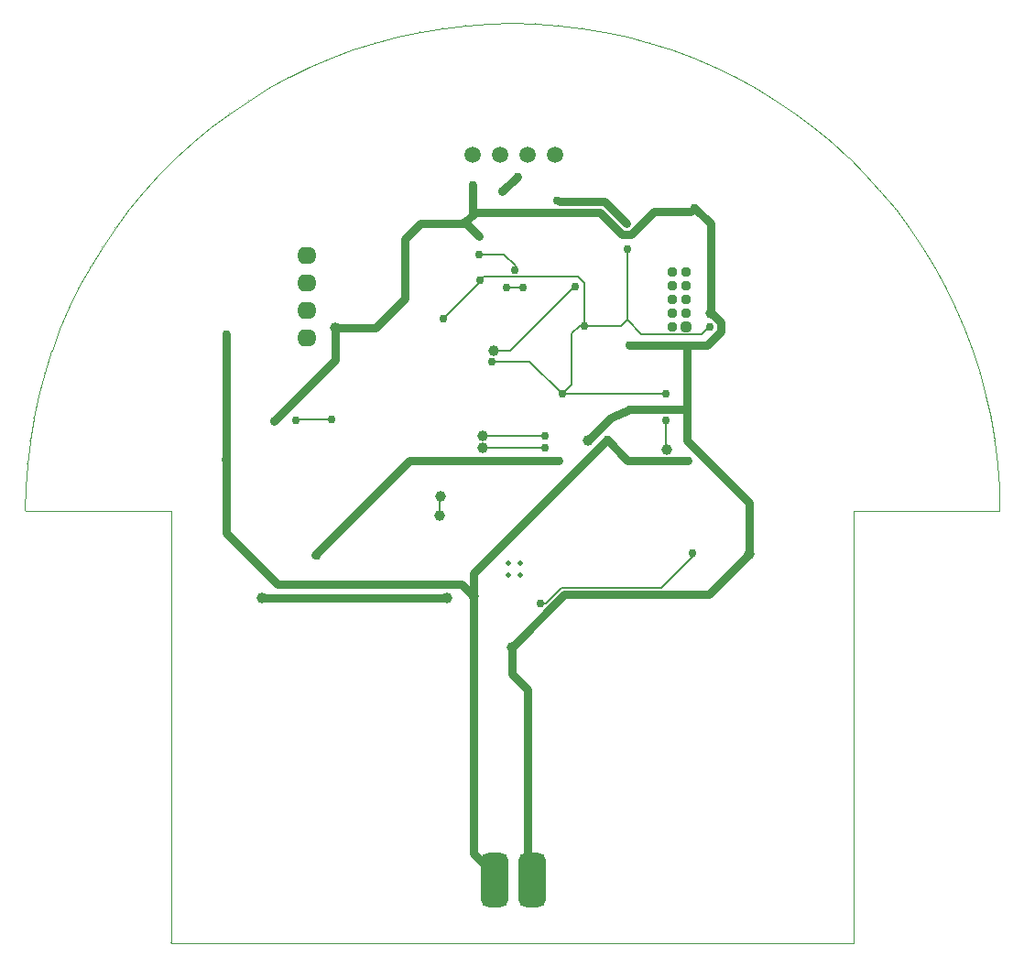
<source format=gbl>
%FSLAX25Y25*%
%MOIN*%
G70*
G01*
G75*
G04 Layer_Physical_Order=2*
G04 Layer_Color=16711680*
G04:AMPARAMS|DCode=10|XSize=41.34mil|YSize=47.24mil|CornerRadius=10.34mil|HoleSize=0mil|Usage=FLASHONLY|Rotation=0.000|XOffset=0mil|YOffset=0mil|HoleType=Round|Shape=RoundedRectangle|*
%AMROUNDEDRECTD10*
21,1,0.04134,0.02658,0,0,0.0*
21,1,0.02067,0.04724,0,0,0.0*
1,1,0.02067,0.01034,-0.01329*
1,1,0.02067,-0.01034,-0.01329*
1,1,0.02067,-0.01034,0.01329*
1,1,0.02067,0.01034,0.01329*
%
%ADD10ROUNDEDRECTD10*%
G04:AMPARAMS|DCode=11|XSize=41.34mil|YSize=47.24mil|CornerRadius=10.34mil|HoleSize=0mil|Usage=FLASHONLY|Rotation=270.000|XOffset=0mil|YOffset=0mil|HoleType=Round|Shape=RoundedRectangle|*
%AMROUNDEDRECTD11*
21,1,0.04134,0.02658,0,0,270.0*
21,1,0.02067,0.04724,0,0,270.0*
1,1,0.02067,-0.01329,-0.01034*
1,1,0.02067,-0.01329,0.01034*
1,1,0.02067,0.01329,0.01034*
1,1,0.02067,0.01329,-0.01034*
%
%ADD11ROUNDEDRECTD11*%
%ADD12R,0.07087X0.07087*%
%ADD13O,0.00984X0.03543*%
%ADD14O,0.03543X0.00984*%
G04:AMPARAMS|DCode=15|XSize=21.65mil|YSize=39.37mil|CornerRadius=5.41mil|HoleSize=0mil|Usage=FLASHONLY|Rotation=270.000|XOffset=0mil|YOffset=0mil|HoleType=Round|Shape=RoundedRectangle|*
%AMROUNDEDRECTD15*
21,1,0.02165,0.02854,0,0,270.0*
21,1,0.01083,0.03937,0,0,270.0*
1,1,0.01083,-0.01427,-0.00541*
1,1,0.01083,-0.01427,0.00541*
1,1,0.01083,0.01427,0.00541*
1,1,0.01083,0.01427,-0.00541*
%
%ADD15ROUNDEDRECTD15*%
G04:AMPARAMS|DCode=16|XSize=145.67mil|YSize=59.06mil|CornerRadius=14.76mil|HoleSize=0mil|Usage=FLASHONLY|Rotation=270.000|XOffset=0mil|YOffset=0mil|HoleType=Round|Shape=RoundedRectangle|*
%AMROUNDEDRECTD16*
21,1,0.14567,0.02953,0,0,270.0*
21,1,0.11614,0.05906,0,0,270.0*
1,1,0.02953,-0.01476,-0.05807*
1,1,0.02953,-0.01476,0.05807*
1,1,0.02953,0.01476,0.05807*
1,1,0.02953,0.01476,-0.05807*
%
%ADD16ROUNDEDRECTD16*%
%ADD17R,0.03189X0.06299*%
%ADD18R,0.08268X0.11811*%
G04:AMPARAMS|DCode=19|XSize=41.34mil|YSize=47.24mil|CornerRadius=10.34mil|HoleSize=0mil|Usage=FLASHONLY|Rotation=360.000|XOffset=0mil|YOffset=0mil|HoleType=Round|Shape=RoundedRectangle|*
%AMROUNDEDRECTD19*
21,1,0.04134,0.02658,0,0,360.0*
21,1,0.02067,0.04724,0,0,360.0*
1,1,0.02067,0.01034,-0.01329*
1,1,0.02067,-0.01034,-0.01329*
1,1,0.02067,-0.01034,0.01329*
1,1,0.02067,0.01034,0.01329*
%
%ADD19ROUNDEDRECTD19*%
G04:AMPARAMS|DCode=20|XSize=98.43mil|YSize=196.85mil|CornerRadius=24.61mil|HoleSize=0mil|Usage=FLASHONLY|Rotation=180.000|XOffset=0mil|YOffset=0mil|HoleType=Round|Shape=RoundedRectangle|*
%AMROUNDEDRECTD20*
21,1,0.09843,0.14764,0,0,180.0*
21,1,0.04921,0.19685,0,0,180.0*
1,1,0.04921,-0.02461,0.07382*
1,1,0.04921,0.02461,0.07382*
1,1,0.04921,0.02461,-0.07382*
1,1,0.04921,-0.02461,-0.07382*
%
%ADD20ROUNDEDRECTD20*%
%ADD21C,0.05906*%
G04:AMPARAMS|DCode=22|XSize=11.81mil|YSize=47.24mil|CornerRadius=2.95mil|HoleSize=0mil|Usage=FLASHONLY|Rotation=180.000|XOffset=0mil|YOffset=0mil|HoleType=Round|Shape=RoundedRectangle|*
%AMROUNDEDRECTD22*
21,1,0.01181,0.04134,0,0,180.0*
21,1,0.00591,0.04724,0,0,180.0*
1,1,0.00591,-0.00295,0.02067*
1,1,0.00591,0.00295,0.02067*
1,1,0.00591,0.00295,-0.02067*
1,1,0.00591,-0.00295,-0.02067*
%
%ADD22ROUNDEDRECTD22*%
G04:AMPARAMS|DCode=23|XSize=11.81mil|YSize=47.24mil|CornerRadius=2.95mil|HoleSize=0mil|Usage=FLASHONLY|Rotation=90.000|XOffset=0mil|YOffset=0mil|HoleType=Round|Shape=RoundedRectangle|*
%AMROUNDEDRECTD23*
21,1,0.01181,0.04134,0,0,90.0*
21,1,0.00591,0.04724,0,0,90.0*
1,1,0.00591,0.02067,0.00295*
1,1,0.00591,0.02067,-0.00295*
1,1,0.00591,-0.02067,-0.00295*
1,1,0.00591,-0.02067,0.00295*
%
%ADD23ROUNDEDRECTD23*%
%ADD24C,0.00787*%
%ADD25C,0.01969*%
%ADD26C,0.03150*%
%ADD27C,0.00984*%
%ADD28C,0.00394*%
%ADD29C,0.00394*%
%ADD30O,0.07087X0.06299*%
G04:AMPARAMS|DCode=31|XSize=37.4mil|YSize=37.4mil|CornerRadius=9.35mil|HoleSize=0mil|Usage=FLASHONLY|Rotation=90.000|XOffset=0mil|YOffset=0mil|HoleType=Round|Shape=RoundedRectangle|*
%AMROUNDEDRECTD31*
21,1,0.03740,0.01870,0,0,90.0*
21,1,0.01870,0.03740,0,0,90.0*
1,1,0.01870,0.00935,0.00935*
1,1,0.01870,0.00935,-0.00935*
1,1,0.01870,-0.00935,-0.00935*
1,1,0.01870,-0.00935,0.00935*
%
%ADD31ROUNDEDRECTD31*%
%ADD32C,0.03740*%
%ADD33C,0.02953*%
%ADD34C,0.03937*%
%ADD35C,0.01969*%
D20*
X7303Y23031D02*
D03*
X-6476D02*
D03*
D21*
X-14410Y287008D02*
D03*
X-4409D02*
D03*
X5591D02*
D03*
X15590D02*
D03*
X-4587Y23031D02*
D03*
X5413D02*
D03*
D24*
X55908Y179820D02*
X56201Y179528D01*
X55908Y179820D02*
Y190167D01*
X56004Y199803D02*
X56004Y199803D01*
X18209Y199803D02*
X56004D01*
X-26280Y155610D02*
Y162500D01*
X-26181Y162402D01*
X46909Y221595D02*
X68839D01*
X10242Y123431D02*
X12176D01*
X65653Y140653D02*
Y141838D01*
X54232Y129232D02*
X65653Y140653D01*
X17977Y129232D02*
X54232D01*
X12176Y123431D02*
X17977Y129232D01*
X-11811Y241339D02*
X-10531Y242618D01*
X23917D01*
X26378Y240158D01*
Y224705D02*
Y240158D01*
X-679Y215561D02*
X22687Y238927D01*
X-6791Y215561D02*
X-679D01*
X-6890Y215660D02*
X-6791Y215561D01*
X6299Y211713D02*
X18209Y199803D01*
X-7480Y211713D02*
X6299D01*
X-1969Y238398D02*
X3752D01*
X39665Y224705D02*
X41732Y226772D01*
X26378Y224705D02*
X39665D01*
X41732Y226772D02*
Y252624D01*
Y226772D02*
X46909Y221595D01*
X68839D02*
X71555Y224311D01*
X71949D01*
X-25098Y227362D02*
X-11811Y240650D01*
Y241339D01*
X24508Y224705D02*
X26378D01*
X21654Y221850D02*
X24508Y224705D01*
X21654Y203248D02*
Y221850D01*
X18209Y199803D02*
X21654Y203248D01*
X-12106Y250689D02*
X-3150D01*
X1083Y246457D01*
X-78248Y190551D02*
X-65650D01*
X-78642Y190157D02*
X-78248Y190551D01*
X-11132Y184252D02*
X-10729Y184655D01*
X-10827Y180217D02*
X11811D01*
X-10729Y184655D02*
X11909D01*
D26*
X-13484Y266043D02*
X-4528D01*
X-17717Y261811D02*
X-13484Y266043D01*
X-33366Y261811D02*
X-17717D01*
X-39075Y256102D02*
X-33366Y261811D01*
X-39075Y234646D02*
Y256102D01*
X70963Y217618D02*
X75984Y222639D01*
X42717Y217618D02*
X70963D01*
X35827Y191339D02*
X42913Y194291D01*
X27461Y182972D02*
X35827Y191339D01*
X-86811Y189764D02*
X-64468Y212106D01*
Y224016D01*
X-49705D02*
X-39075Y234646D01*
X-64468Y224016D02*
X-49705D01*
X-197Y107579D02*
X18996Y126772D01*
X71457D01*
X-89764Y125689D02*
X-23622D01*
X-104232Y149311D02*
Y221457D01*
Y149311D02*
X-85433Y130512D01*
X42913Y194291D02*
X63287D01*
X-85433Y130512D02*
X-18406D01*
X-14075Y126181D01*
X72067Y229350D02*
Y261791D01*
X72616Y229350D02*
X75984Y225982D01*
Y222639D02*
Y225982D01*
X66339Y267520D02*
X72067Y261791D01*
X17323Y269980D02*
X33563D01*
X41634Y261910D01*
X71457Y126772D02*
X86221Y141535D01*
Y160236D01*
X63583Y182874D02*
X86221Y160236D01*
X31892Y265945D02*
X39962Y257874D01*
X43305D01*
X51573Y266142D01*
X64961D01*
X-37303Y175591D02*
X16929D01*
X-71653Y141240D02*
X-37303Y175591D01*
X-14370Y266043D02*
Y275886D01*
X-17323Y262598D02*
X-12008Y257283D01*
X-197Y97933D02*
X5413Y92323D01*
X-197Y97933D02*
Y107579D01*
X5413Y23031D02*
Y92323D01*
X63583Y182874D02*
Y217618D01*
X-14075Y134547D02*
X34449Y183071D01*
X-14075Y32520D02*
Y126181D01*
Y32520D02*
X-4587Y23031D01*
X-14075Y126181D02*
Y134547D01*
X34449Y183071D02*
X42028Y175492D01*
X63976D01*
X-3642Y273524D02*
Y273620D01*
X1772Y279034D01*
X-4429Y265945D02*
X31892D01*
D28*
X95893Y306684D02*
G03*
X95885Y306690I-110J-163D01*
G01*
X95894Y306684D02*
G03*
X95885Y306690I-111J-162D01*
G01*
X88685Y311078D02*
G03*
X88677Y311083I-103J-168D01*
G01*
X102884Y301953D02*
G03*
X102876Y301958I-118J-158D01*
G01*
X102884Y301953D02*
G03*
X102875Y301959I-118J-158D01*
G01*
X81269Y315128D02*
G03*
X81267Y315129I-87J-177D01*
G01*
X81276Y315124D02*
G03*
X81269Y315128I-94J-173D01*
G01*
X81276Y315124D02*
G03*
X81268Y315128I-94J-173D01*
G01*
X73682Y318813D02*
G03*
X73675Y318817I-85J-178D01*
G01*
X73684Y318812D02*
G03*
X73682Y318813I-87J-177D01*
G01*
X73683Y318813D02*
G03*
X73675Y318817I-86J-177D01*
G01*
X88685Y311078D02*
G03*
X88677Y311083I-103J-168D01*
G01*
X122397Y285840D02*
G03*
X122390Y285847I-139J-139D01*
G01*
X128366Y279872D02*
G03*
X128360Y279878I-145J-133D01*
G01*
X128367Y279870D02*
G03*
X128366Y279872I-146J-132D01*
G01*
X122391Y285846D02*
G03*
X122390Y285847I-133J-145D01*
G01*
X122397Y285840D02*
G03*
X122391Y285846I-139J-139D01*
G01*
X134045Y273624D02*
G03*
X134038Y273631I-152J-125D01*
G01*
X128366Y279871D02*
G03*
X128360Y279878I-146J-132D01*
G01*
X109642Y296894D02*
G03*
X109634Y296899I-125J-152D01*
G01*
X109642Y296894D02*
G03*
X109634Y296899I-125J-152D01*
G01*
X116150Y291519D02*
G03*
X116144Y291525I-132J-146D01*
G01*
X116152Y291518D02*
G03*
X116150Y291519I-133J-145D01*
G01*
X116151Y291519D02*
G03*
X116144Y291525I-132J-146D01*
G01*
X25247Y333036D02*
G03*
X25236Y333038I-34J-194D01*
G01*
X25246Y333037D02*
G03*
X25236Y333038I-33J-194D01*
G01*
X16864Y334039D02*
G03*
X16855Y334040I-23J-196D01*
G01*
X33570Y331637D02*
G03*
X33561Y331638I-42J-192D01*
G01*
X33571Y331637D02*
G03*
X33570Y331637I-42J-192D01*
G01*
X33571Y331637D02*
G03*
X33560Y331639I-42J-192D01*
G01*
X8444Y334641D02*
G03*
X8433Y334642I-14J-196D01*
G01*
X8444Y334641D02*
G03*
X8434Y334642I-14J-196D01*
G01*
X6Y334842D02*
G03*
X-5Y334843I-6J-197D01*
G01*
X16864Y334039D02*
G03*
X16855Y334040I-23J-196D01*
G01*
X58013Y325086D02*
G03*
X58005Y325089I-68J-185D01*
G01*
X58015Y325086D02*
G03*
X58013Y325086I-69J-184D01*
G01*
X65923Y322136D02*
G03*
X65914Y322140I-78J-181D01*
G01*
X58014Y325086D02*
G03*
X58005Y325089I-69J-184D01*
G01*
X65915Y322139D02*
G03*
X65914Y322140I-69J-184D01*
G01*
X65923Y322136D02*
G03*
X65915Y322139I-78J-181D01*
G01*
X41819Y329842D02*
G03*
X41810Y329844I-51J-190D01*
G01*
X41820Y329842D02*
G03*
X41819Y329842I-51J-190D01*
G01*
X41819Y329842D02*
G03*
X41810Y329844I-51J-190D01*
G01*
X49973Y327657D02*
G03*
X49964Y327660I-60J-188D01*
G01*
X49964Y327659D02*
G03*
X49964Y327660I-51J-190D01*
G01*
X49973Y327657D02*
G03*
X49964Y327659I-60J-188D01*
G01*
X172364Y199291D02*
G03*
X172362Y199300I-192J-42D01*
G01*
X172364Y199290D02*
G03*
X172364Y199291I-192J-42D01*
G01*
X170179Y207445D02*
G03*
X170176Y207454I-190J-51D01*
G01*
X170179Y207444D02*
G03*
X170179Y207445I-190J-51D01*
G01*
X172362Y199299D02*
G03*
X172362Y199300I-190J-51D01*
G01*
X172364Y199291D02*
G03*
X172362Y199299I-192J-42D01*
G01*
X174158Y191041D02*
G03*
X174156Y191051I-194J-32D01*
G01*
X174158Y191042D02*
G03*
X174156Y191051I-194J-33D01*
G01*
X167609Y215485D02*
G03*
X167606Y215494I-188J-60D01*
G01*
X167606Y215494D02*
G03*
X167606Y215495I-185J-68D01*
G01*
X167609Y215485D02*
G03*
X167606Y215494I-188J-60D01*
G01*
X164659Y223395D02*
G03*
X164656Y223404I-184J-69D01*
G01*
X164659Y223394D02*
G03*
X164659Y223395I-185J-68D01*
G01*
X170179Y207445D02*
G03*
X170176Y207454I-190J-51D01*
G01*
X177162Y165914D02*
G03*
X177161Y165924I-197J-3D01*
G01*
X177162Y165910D02*
G03*
X177162Y165914I-197J0D01*
G01*
X176560Y174335D02*
G03*
X176559Y174344I-196J-14D01*
G01*
X177162Y165915D02*
G03*
X177161Y165924I-197J-5D01*
G01*
X177362Y157480D02*
G03*
X177362Y157485I-197J0D01*
G01*
X177362Y157480D02*
G03*
X177362Y157486I-197J0D01*
G01*
X177165Y157283D02*
G03*
X177362Y157480I0J197D01*
G01*
X177165Y157283D02*
G03*
X177362Y157480I0J197D01*
G01*
X175558Y182717D02*
G03*
X175556Y182726I-196J-23D01*
G01*
X176560Y174335D02*
G03*
X176559Y174344I-196J-14D01*
G01*
X175558Y182717D02*
G03*
X175556Y182727I-196J-23D01*
G01*
X149209Y253366D02*
G03*
X149203Y253375I-168J-103D01*
G01*
X149209Y253366D02*
G03*
X149204Y253374I-168J-103D01*
G01*
X144478Y260356D02*
G03*
X144472Y260364I-164J-109D01*
G01*
X153603Y246157D02*
G03*
X153598Y246165I-173J-94D01*
G01*
X153603Y246157D02*
G03*
X153598Y246165I-173J-94D01*
G01*
X139419Y267115D02*
G03*
X139413Y267122I-158J-118D01*
G01*
X139419Y267115D02*
G03*
X139413Y267122I-158J-118D01*
G01*
X134039Y273631D02*
G03*
X134038Y273632I-146J-132D01*
G01*
X134045Y273624D02*
G03*
X134039Y273631I-152J-125D01*
G01*
X144478Y260357D02*
G03*
X144472Y260364I-163J-110D01*
G01*
X161333Y231163D02*
G03*
X161332Y231164I-178J-85D01*
G01*
X161336Y231155D02*
G03*
X161333Y231163I-181J-78D01*
G01*
X161336Y231155D02*
G03*
X161332Y231164I-181J-78D01*
G01*
X157648Y238749D02*
G03*
X157644Y238757I-177J-87D01*
G01*
X157648Y238747D02*
G03*
X157648Y238749I-178J-85D01*
G01*
X164659Y223395D02*
G03*
X164656Y223404I-184J-69D01*
G01*
X157648Y238748D02*
G03*
X157644Y238757I-177J-86D01*
G01*
X124016Y-197D02*
G03*
X124213Y0I0J197D01*
G01*
X124016Y-197D02*
G03*
X124213Y0I0J197D01*
G01*
X5Y334843D02*
G03*
X-6Y334842I-5J-197D01*
G01*
X-8433Y334642D02*
G03*
X-8444Y334641I3J-197D01*
G01*
X-8435Y334642D02*
G03*
X-8444Y334641I5J-197D01*
G01*
X-16855Y334040D02*
G03*
X-16864Y334039I14J-196D01*
G01*
X-16855Y334040D02*
G03*
X-16864Y334039I14J-196D01*
G01*
X-25237Y333038D02*
G03*
X-25246Y333037I23J-196D01*
G01*
X-25237Y333038D02*
G03*
X-25247Y333036I23J-196D01*
G01*
X-33560Y331639D02*
G03*
X-33571Y331637I32J-194D01*
G01*
X-33562Y331638D02*
G03*
X-33571Y331637I33J-194D01*
G01*
X-41810Y329844D02*
G03*
X-41819Y329842I42J-192D01*
G01*
X-41819Y329842D02*
G03*
X-41820Y329842I51J-190D01*
G01*
X-41810Y329844D02*
G03*
X-41819Y329842I42J-192D01*
G01*
X-49965Y327659D02*
G03*
X-49973Y327657I51J-190D01*
G01*
X-49964Y327660D02*
G03*
X-49965Y327659I51J-190D01*
G01*
X-49964Y327660D02*
G03*
X-49973Y327657I51J-190D01*
G01*
X-58005Y325089D02*
G03*
X-58014Y325086I60J-188D01*
G01*
X-58013Y325086D02*
G03*
X-58015Y325086I68J-185D01*
G01*
X-58005Y325089D02*
G03*
X-58013Y325086I60J-188D01*
G01*
X-65915Y322139D02*
G03*
X-65923Y322136I69J-184D01*
G01*
X-65914Y322140D02*
G03*
X-65915Y322139I68J-185D01*
G01*
X-65915Y322139D02*
G03*
X-65923Y322136I69J-184D01*
G01*
X-73675Y318817D02*
G03*
X-73683Y318813I78J-181D01*
G01*
X-73682Y318813D02*
G03*
X-73684Y318812I85J-178D01*
G01*
X-73675Y318817D02*
G03*
X-73682Y318813I78J-181D01*
G01*
X-81269Y315128D02*
G03*
X-81276Y315124I87J-177D01*
G01*
X-81267Y315129D02*
G03*
X-81269Y315128I85J-178D01*
G01*
X-81268Y315128D02*
G03*
X-81276Y315124I86J-177D01*
G01*
X-88677Y311083D02*
G03*
X-88685Y311078I94J-173D01*
G01*
X-88677Y311083D02*
G03*
X-88685Y311078I94J-173D01*
G01*
X-95885Y306689D02*
G03*
X-95893Y306684I103J-168D01*
G01*
X-95885Y306689D02*
G03*
X-95894Y306684I103J-168D01*
G01*
X-102875Y301959D02*
G03*
X-102884Y301953I109J-164D01*
G01*
X-102876Y301958D02*
G03*
X-102884Y301953I110J-163D01*
G01*
X-109634Y296899D02*
G03*
X-109642Y296894I118J-158D01*
G01*
X-109634Y296899D02*
G03*
X-109642Y296894I118J-158D01*
G01*
X-116144Y291525D02*
G03*
X-116151Y291519I125J-152D01*
G01*
X-116150Y291519D02*
G03*
X-116152Y291518I132J-146D01*
G01*
X-116144Y291525D02*
G03*
X-116150Y291519I125J-152D01*
G01*
X-122391Y285846D02*
G03*
X-122397Y285840I133J-145D01*
G01*
X-122390Y285847D02*
G03*
X-122391Y285846I132J-146D01*
G01*
X-122391Y285847D02*
G03*
X-122397Y285840I132J-146D01*
G01*
X-128360Y279878D02*
G03*
X-128366Y279871I139J-139D01*
G01*
X-128366Y279872D02*
G03*
X-128367Y279870I145J-133D01*
G01*
X-128360Y279878D02*
G03*
X-128366Y279872I139J-139D01*
G01*
X-134039Y273631D02*
G03*
X-134045Y273624I146J-132D01*
G01*
X-134038Y273632D02*
G03*
X-134039Y273631I145J-133D01*
G01*
X-134038Y273631D02*
G03*
X-134045Y273624I146J-132D01*
G01*
X-139413Y267122D02*
G03*
X-139419Y267115I152J-125D01*
G01*
X-139413Y267122D02*
G03*
X-139419Y267115I152J-125D01*
G01*
X-144472Y260364D02*
G03*
X-144478Y260357I158J-118D01*
G01*
X-144472Y260364D02*
G03*
X-144478Y260356I158J-118D01*
G01*
X-149203Y253375D02*
G03*
X-149209Y253366I162J-111D01*
G01*
X-149204Y253374D02*
G03*
X-149209Y253366I163J-110D01*
G01*
X-153598Y246165D02*
G03*
X-153603Y246157I168J-103D01*
G01*
X-153598Y246165D02*
G03*
X-153603Y246157I168J-103D01*
G01*
X-124213Y-0D02*
G03*
X-124016Y-197I197J0D01*
G01*
X-124213Y-0D02*
G03*
X-124016Y-197I197J0D01*
G01*
X-157644Y238756D02*
G03*
X-157648Y238748I173J-94D01*
G01*
X-157648Y238749D02*
G03*
X-157649Y238747I177J-87D01*
G01*
X-157644Y238756D02*
G03*
X-157648Y238749I173J-94D01*
G01*
X-161333Y231163D02*
G03*
X-161336Y231155I178J-85D01*
G01*
X-161332Y231164D02*
G03*
X-161333Y231163I177J-87D01*
G01*
X-161332Y231164D02*
G03*
X-161336Y231155I177J-86D01*
G01*
X-164656Y223404D02*
G03*
X-164659Y223395I181J-78D01*
G01*
X-164659Y223395D02*
G03*
X-164659Y223394I184J-69D01*
G01*
X-164656Y223404D02*
G03*
X-164659Y223395I181J-78D01*
G01*
X-167606Y215494D02*
G03*
X-167609Y215485I185J-68D01*
G01*
X-167606Y215495D02*
G03*
X-167606Y215494I184J-69D01*
G01*
X-167606Y215494D02*
G03*
X-167609Y215485I184J-69D01*
G01*
X-170177Y207453D02*
G03*
X-170179Y207445I188J-60D01*
G01*
X-170179Y207445D02*
G03*
X-170179Y207444I190J-51D01*
G01*
X-170177Y207453D02*
G03*
X-170179Y207445I188J-60D01*
G01*
X-172362Y199299D02*
G03*
X-172364Y199291I190J-51D01*
G01*
X-172362Y199300D02*
G03*
X-172362Y199299I190J-51D01*
G01*
X-172364Y199291D02*
G03*
X-172364Y199290I192J-42D01*
G01*
X-172362Y199300D02*
G03*
X-172364Y199291I190J-51D01*
G01*
X-174156Y191051D02*
G03*
X-174158Y191042I192J-42D01*
G01*
X-174156Y191051D02*
G03*
X-174158Y191041I192J-42D01*
G01*
X-175556Y182727D02*
G03*
X-175558Y182717I194J-34D01*
G01*
X-175556Y182726D02*
G03*
X-175558Y182717I194J-33D01*
G01*
X-176559Y174344D02*
G03*
X-176560Y174335I196J-23D01*
G01*
X-176559Y174344D02*
G03*
X-176560Y174335I196J-23D01*
G01*
X-177161Y165924D02*
G03*
X-177162Y165915I196J-14D01*
G01*
X-177161Y165924D02*
G03*
X-177162Y165914I196J-14D01*
G01*
X-177362Y157485D02*
G03*
X-177165Y157283I197J-5D01*
G01*
X-177362Y157486D02*
G03*
X-177165Y157283I197J-6D01*
G01*
X88685Y311078D02*
X95885Y306690D01*
X102884Y301953D02*
X109634Y296899D01*
X102875Y301959D02*
X102876Y301958D01*
X95894Y306684D02*
X102875Y301959D01*
X95893Y306684D02*
X95894Y306684D01*
X81268Y315128D02*
X81269Y315128D01*
X81267Y315129D02*
X81268Y315128D01*
X73684Y318812D02*
X81267Y315129D01*
X73683Y318813D02*
X73684Y318812D01*
X73682Y318813D02*
X73683Y318813D01*
X81276Y315124D02*
X88677Y311083D01*
X122397Y285840D02*
X128360Y279878D01*
X122390Y285847D02*
X122391Y285846D01*
X122390Y285847D02*
X122390Y285847D01*
X116152Y291518D02*
X122390Y285847D01*
X116151Y291519D02*
X116152Y291518D01*
X116150Y291519D02*
X116151Y291519D01*
X128366Y279872D02*
X128366Y279871D01*
X128367Y279870D01*
X134038Y273632D01*
X134038Y273631D01*
X134039Y273631D01*
X109642Y296894D02*
X116144Y291525D01*
X16864Y334039D02*
X25236Y333038D01*
X41810Y329844D02*
X41810Y329844D01*
X41810Y329844D02*
X41810Y329844D01*
X33571Y331637D02*
X41810Y329844D01*
X33571Y331637D02*
X33571Y331637D01*
X33570Y331637D02*
X33571Y331637D01*
X33560Y331639D02*
X33561Y331638D01*
X25247Y333036D02*
X33560Y331639D01*
X25246Y333037D02*
X25247Y333036D01*
X8433Y334642D02*
X8434Y334642D01*
X6Y334842D02*
X8433Y334642D01*
X5Y334843D02*
X6Y334842D01*
X8444Y334641D02*
X16855Y334040D01*
X65914Y322140D02*
X65915Y322139D01*
X65914Y322140D02*
X65914Y322140D01*
X58015Y325086D02*
X65914Y322140D01*
X58014Y325086D02*
X58015Y325086D01*
X58013Y325086D02*
X58014Y325086D01*
X49973Y327657D02*
X58005Y325089D01*
X65923Y322136D02*
X73675Y318817D01*
X49964Y327660D02*
X49964Y327659D01*
X49964Y327660D02*
X49964Y327660D01*
X41820Y329842D02*
X49964Y327660D01*
X41819Y329842D02*
X41820Y329842D01*
X41819Y329842D02*
X41819Y329842D01*
X172364Y199291D02*
X172364Y199291D01*
X172364Y199290D01*
X174156Y191051D01*
X174156Y191051D01*
X174156Y191051D01*
X170179Y207445D02*
X170179Y207445D01*
X170179Y207444D01*
X172362Y199300D01*
X172362Y199300D01*
X172362Y199299D01*
X174158Y191042D02*
X174158Y191041D01*
X175556Y182727D01*
X175556Y182726D01*
X164659Y223395D02*
X164659Y223395D01*
X164659Y223394D01*
X167606Y215495D01*
X167606Y215494D01*
X167606Y215494D01*
X167609Y215485D02*
X170176Y207454D01*
X177162Y165915D02*
X177162Y165914D01*
X177362Y157486D01*
X177362Y157485D01*
X176560Y174335D02*
X177161Y165924D01*
X175558Y182717D02*
X176559Y174344D01*
X124213Y157283D02*
X177165Y157283D01*
X144478Y260357D02*
X144478Y260356D01*
X149203Y253375D01*
X149204Y253374D01*
X149209Y253366D02*
X153598Y246165D01*
X134045Y273624D02*
X139413Y267122D01*
X139419Y267115D02*
X144472Y260364D01*
X157648Y238749D02*
X157648Y238748D01*
X157648Y238747D01*
X161332Y231164D01*
X161332Y231164D01*
X161333Y231163D01*
X161336Y231155D02*
X164656Y223404D01*
X153603Y246157D02*
X157644Y238757D01*
X124213Y0D02*
Y157283D01*
X-6Y334842D02*
X-5Y334843D01*
X-8433Y334642D02*
X-6Y334842D01*
X-8435Y334642D02*
X-8433Y334642D01*
X-16855Y334040D02*
X-8444Y334641D01*
X-25237Y333038D02*
X-16864Y334039D01*
X-25247Y333036D02*
X-25246Y333037D01*
X-33560Y331639D02*
X-25247Y333036D01*
X-33562Y331638D02*
X-33560Y331639D01*
X-41810Y329844D02*
X-33571Y331637D01*
X-41819Y329842D02*
X-41819Y329842D01*
X-41820Y329842D02*
X-41819Y329842D01*
X-49964Y327660D02*
X-41820Y329842D01*
X-49964Y327660D02*
X-49964Y327660D01*
X-49965Y327659D02*
X-49964Y327660D01*
X-58005Y325089D02*
X-49973Y327657D01*
X-58014Y325086D02*
X-58013Y325086D01*
X-58015Y325086D02*
X-58014Y325086D01*
X-65914Y322140D02*
X-58015Y325086D01*
X-65915Y322139D02*
X-65914Y322140D01*
X-65915Y322139D02*
X-65915Y322139D01*
X-73675Y318817D02*
X-65923Y322136D01*
X-73683Y318813D02*
X-73682Y318813D01*
X-73684Y318812D02*
X-73683Y318813D01*
X-81267Y315129D02*
X-73684Y318812D01*
X-81268Y315128D02*
X-81267Y315129D01*
X-81269Y315128D02*
X-81268Y315128D01*
X-88677Y311083D02*
X-81276Y315124D01*
X-95885Y306689D02*
X-88685Y311078D01*
X-95894Y306684D02*
X-95893Y306684D01*
X-102875Y301959D02*
X-95894Y306684D01*
X-102876Y301958D02*
X-102875Y301959D01*
X-109634Y296899D02*
X-102884Y301953D01*
X-116144Y291525D02*
X-109642Y296894D01*
X-116151Y291519D02*
X-116150Y291519D01*
X-116152Y291518D02*
X-116151Y291519D01*
X-122390Y285847D02*
X-116152Y291518D01*
X-122391Y285847D02*
X-122390Y285847D01*
X-122391Y285846D02*
X-122391Y285847D01*
X-128360Y279878D02*
X-122397Y285840D01*
X-128366Y279871D02*
X-128366Y279872D01*
X-128367Y279870D02*
X-128366Y279871D01*
X-134038Y273632D02*
X-128367Y279870D01*
X-134038Y273631D02*
X-134038Y273632D01*
X-134039Y273631D02*
X-134038Y273631D01*
X-139413Y267122D02*
X-134045Y273624D01*
X-144472Y260364D02*
X-139419Y267115D01*
X-144478Y260356D02*
X-144478Y260357D01*
X-149203Y253375D02*
X-144478Y260356D01*
X-149204Y253374D02*
X-149203Y253375D01*
X-153598Y246165D02*
X-149209Y253366D01*
X-124016Y-197D02*
X124016Y-197D01*
X-124213Y-0D02*
Y157283D01*
X-157644Y238756D02*
X-153603Y246157D01*
X-157648Y238748D02*
X-157648Y238749D01*
X-157649Y238747D02*
X-157648Y238748D01*
X-161332Y231164D02*
X-157649Y238747D01*
X-161332Y231164D02*
X-161332Y231164D01*
X-161333Y231163D02*
X-161332Y231164D01*
X-177165Y157283D02*
X-124213Y157283D01*
X-164656Y223404D02*
X-161336Y231155D01*
X-164659Y223395D02*
X-164659Y223395D01*
X-164659Y223394D02*
X-164659Y223395D01*
X-167606Y215495D02*
X-164659Y223394D01*
X-167606Y215494D02*
X-167606Y215495D01*
X-167606Y215494D02*
X-167606Y215494D01*
X-170177Y207453D02*
X-167609Y215485D01*
X-170179Y207445D02*
X-170179Y207445D01*
X-170179Y207444D02*
X-170179Y207445D01*
X-172362Y199300D02*
X-170179Y207444D01*
X-172362Y199300D02*
X-172362Y199300D01*
X-172362Y199299D02*
X-172362Y199300D01*
X-172364Y199291D02*
X-172364Y199291D01*
X-172364Y199290D02*
X-172364Y199291D01*
X-174156Y191051D02*
X-172364Y199290D01*
X-174156Y191051D02*
X-174156Y191051D01*
X-174156Y191051D02*
X-174156Y191051D01*
X-174158Y191041D02*
X-174158Y191042D01*
X-175556Y182727D02*
X-174158Y191041D01*
X-175556Y182726D02*
X-175556Y182727D01*
X-176559Y174344D02*
X-175558Y182717D01*
X-177161Y165924D02*
X-176560Y174335D01*
X-177162Y165914D02*
X-177162Y165915D01*
X-177362Y157486D02*
X-177162Y165914D01*
X-177362Y157485D02*
X-177362Y157486D01*
D29*
X41810Y329844D02*
D03*
X174156Y191051D02*
D03*
X-174156Y191051D02*
D03*
D30*
X-74735Y250256D02*
D03*
Y240256D02*
D03*
Y220256D02*
D03*
Y230256D02*
D03*
D31*
X63130Y224350D02*
D03*
D32*
X58130D02*
D03*
X63130Y229350D02*
D03*
Y234350D02*
D03*
X58130Y229350D02*
D03*
Y234350D02*
D03*
X63130Y239350D02*
D03*
Y244350D02*
D03*
X58130Y239350D02*
D03*
Y244350D02*
D03*
D33*
X55908Y190167D02*
D03*
X56004Y199803D02*
D03*
X42717Y217618D02*
D03*
X10242Y123431D02*
D03*
X65653Y141838D02*
D03*
X22736Y238878D02*
D03*
X-7480Y211713D02*
D03*
X3937Y238583D02*
D03*
X-104429Y175886D02*
D03*
X-86811Y189764D02*
D03*
X42913Y194291D02*
D03*
X984Y244980D02*
D03*
X-1969Y238398D02*
D03*
X-104232Y221457D02*
D03*
X71949Y224311D02*
D03*
X41732Y252624D02*
D03*
X26378Y224705D02*
D03*
X-3642Y273524D02*
D03*
X1772Y279034D02*
D03*
X41634Y261910D02*
D03*
X-12106Y250689D02*
D03*
X18209Y199803D02*
D03*
X-65650Y190551D02*
D03*
X-78642Y190157D02*
D03*
X-39075Y234646D02*
D03*
X16339Y270177D02*
D03*
X66339Y267520D02*
D03*
X-25098Y227362D02*
D03*
X-14370Y275886D02*
D03*
X13091Y265945D02*
D03*
X63583Y182874D02*
D03*
X63976Y175492D02*
D03*
X16929Y175591D02*
D03*
X-71260Y140847D02*
D03*
X-12008Y257283D02*
D03*
X30217Y126673D02*
D03*
X-11811Y241339D02*
D03*
X11909Y184655D02*
D03*
X11811Y180217D02*
D03*
X34449Y183071D02*
D03*
D34*
X56201Y179528D02*
D03*
X27461Y182972D02*
D03*
X-64468Y224016D02*
D03*
X-6890Y215660D02*
D03*
X-91240Y125689D02*
D03*
X-26280Y155610D02*
D03*
X-26181Y162402D02*
D03*
X-23622Y125689D02*
D03*
X-14075Y126181D02*
D03*
X72067Y229350D02*
D03*
X-10827Y180217D02*
D03*
X-10729Y184655D02*
D03*
X86221Y141535D02*
D03*
X-197Y107579D02*
D03*
D35*
X2953Y133957D02*
D03*
X-1378D02*
D03*
X2953Y138287D02*
D03*
X-1378D02*
D03*
M02*

</source>
